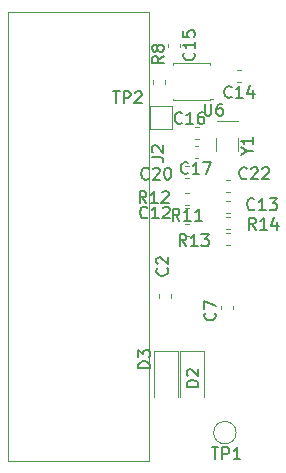
<source format=gbr>
G04 #@! TF.GenerationSoftware,KiCad,Pcbnew,(5.1.4)-1*
G04 #@! TF.CreationDate,2019-11-29T20:46:52-07:00*
G04 #@! TF.ProjectId,CruiseController,43727569-7365-4436-9f6e-74726f6c6c65,rev?*
G04 #@! TF.SameCoordinates,Original*
G04 #@! TF.FileFunction,Legend,Top*
G04 #@! TF.FilePolarity,Positive*
%FSLAX46Y46*%
G04 Gerber Fmt 4.6, Leading zero omitted, Abs format (unit mm)*
G04 Created by KiCad (PCBNEW (5.1.4)-1) date 2019-11-29 20:46:52*
%MOMM*%
%LPD*%
G04 APERTURE LIST*
%ADD10C,0.120000*%
%ADD11C,0.150000*%
G04 APERTURE END LIST*
D10*
X112050000Y-79850000D02*
X112050000Y-77950000D01*
X113950000Y-79850000D02*
X112050000Y-79850000D01*
X113950000Y-77950000D02*
X113950000Y-79850000D01*
X112050000Y-77950000D02*
X113950000Y-77950000D01*
X112000000Y-70000000D02*
X100000000Y-70000000D01*
X112000000Y-108000000D02*
X112000000Y-70000000D01*
X100000000Y-108000000D02*
X112000000Y-108000000D01*
X100000000Y-70000000D02*
X100000000Y-108000000D01*
X112290000Y-75737221D02*
X112290000Y-76062779D01*
X113310000Y-75737221D02*
X113310000Y-76062779D01*
X119350000Y-105600000D02*
G75*
G03X119350000Y-105600000I-950000J0D01*
G01*
X114400000Y-98650000D02*
X114400000Y-102550000D01*
X112400000Y-98650000D02*
X112400000Y-102550000D01*
X114400000Y-98650000D02*
X112400000Y-98650000D01*
X112790000Y-93899721D02*
X112790000Y-94225279D01*
X113810000Y-93899721D02*
X113810000Y-94225279D01*
X115849721Y-80710000D02*
X116175279Y-80710000D01*
X115849721Y-79690000D02*
X116175279Y-79690000D01*
X115037221Y-86310000D02*
X115362779Y-86310000D01*
X115037221Y-85290000D02*
X115362779Y-85290000D01*
X115362779Y-87890000D02*
X115037221Y-87890000D01*
X115362779Y-88910000D02*
X115037221Y-88910000D01*
X118524721Y-88360000D02*
X118850279Y-88360000D01*
X118524721Y-87340000D02*
X118850279Y-87340000D01*
X118862779Y-84240000D02*
X118537221Y-84240000D01*
X118862779Y-85260000D02*
X118537221Y-85260000D01*
X119437221Y-75910000D02*
X119762779Y-75910000D01*
X119437221Y-74890000D02*
X119762779Y-74890000D01*
X115837221Y-82310000D02*
X116162779Y-82310000D01*
X115837221Y-81290000D02*
X116162779Y-81290000D01*
X119500000Y-79250000D02*
X117700000Y-79250000D01*
X117650000Y-80650000D02*
X117650000Y-81750000D01*
X119550000Y-80650000D02*
X119550000Y-81750000D01*
X118850279Y-88690000D02*
X118524721Y-88690000D01*
X118850279Y-89710000D02*
X118524721Y-89710000D01*
X115362779Y-82990000D02*
X115037221Y-82990000D01*
X115362779Y-84010000D02*
X115037221Y-84010000D01*
X114040000Y-77460000D02*
X114040000Y-77310000D01*
X117160000Y-77460000D02*
X117160000Y-77310000D01*
X117160000Y-74340000D02*
X117160000Y-74490000D01*
X117160000Y-77460000D02*
X114040000Y-77460000D01*
X117160000Y-74340000D02*
X114040000Y-74340000D01*
X114040000Y-74340000D02*
X114040000Y-74490000D01*
X117160000Y-77310000D02*
X117420000Y-77310000D01*
X114610000Y-72975279D02*
X114610000Y-72649721D01*
X113590000Y-72975279D02*
X113590000Y-72649721D01*
X115350279Y-86590000D02*
X115024721Y-86590000D01*
X115350279Y-87610000D02*
X115024721Y-87610000D01*
X119110000Y-95162779D02*
X119110000Y-94837221D01*
X118090000Y-95162779D02*
X118090000Y-94837221D01*
X118850279Y-85990000D02*
X118524721Y-85990000D01*
X118850279Y-87010000D02*
X118524721Y-87010000D01*
X116600000Y-98700000D02*
X116600000Y-102600000D01*
X114600000Y-98700000D02*
X114600000Y-102600000D01*
X116600000Y-98700000D02*
X114600000Y-98700000D01*
D11*
X108938095Y-76704380D02*
X109509523Y-76704380D01*
X109223809Y-77704380D02*
X109223809Y-76704380D01*
X109842857Y-77704380D02*
X109842857Y-76704380D01*
X110223809Y-76704380D01*
X110319047Y-76752000D01*
X110366666Y-76799619D01*
X110414285Y-76894857D01*
X110414285Y-77037714D01*
X110366666Y-77132952D01*
X110319047Y-77180571D01*
X110223809Y-77228190D01*
X109842857Y-77228190D01*
X110795238Y-76799619D02*
X110842857Y-76752000D01*
X110938095Y-76704380D01*
X111176190Y-76704380D01*
X111271428Y-76752000D01*
X111319047Y-76799619D01*
X111366666Y-76894857D01*
X111366666Y-76990095D01*
X111319047Y-77132952D01*
X110747619Y-77704380D01*
X111366666Y-77704380D01*
X112202380Y-82283333D02*
X112916666Y-82283333D01*
X113059523Y-82330952D01*
X113154761Y-82426190D01*
X113202380Y-82569047D01*
X113202380Y-82664285D01*
X112297619Y-81854761D02*
X112250000Y-81807142D01*
X112202380Y-81711904D01*
X112202380Y-81473809D01*
X112250000Y-81378571D01*
X112297619Y-81330952D01*
X112392857Y-81283333D01*
X112488095Y-81283333D01*
X112630952Y-81330952D01*
X113202380Y-81902380D01*
X113202380Y-81283333D01*
X113252380Y-73716666D02*
X112776190Y-74050000D01*
X113252380Y-74288095D02*
X112252380Y-74288095D01*
X112252380Y-73907142D01*
X112300000Y-73811904D01*
X112347619Y-73764285D01*
X112442857Y-73716666D01*
X112585714Y-73716666D01*
X112680952Y-73764285D01*
X112728571Y-73811904D01*
X112776190Y-73907142D01*
X112776190Y-74288095D01*
X112680952Y-73145238D02*
X112633333Y-73240476D01*
X112585714Y-73288095D01*
X112490476Y-73335714D01*
X112442857Y-73335714D01*
X112347619Y-73288095D01*
X112300000Y-73240476D01*
X112252380Y-73145238D01*
X112252380Y-72954761D01*
X112300000Y-72859523D01*
X112347619Y-72811904D01*
X112442857Y-72764285D01*
X112490476Y-72764285D01*
X112585714Y-72811904D01*
X112633333Y-72859523D01*
X112680952Y-72954761D01*
X112680952Y-73145238D01*
X112728571Y-73240476D01*
X112776190Y-73288095D01*
X112871428Y-73335714D01*
X113061904Y-73335714D01*
X113157142Y-73288095D01*
X113204761Y-73240476D01*
X113252380Y-73145238D01*
X113252380Y-72954761D01*
X113204761Y-72859523D01*
X113157142Y-72811904D01*
X113061904Y-72764285D01*
X112871428Y-72764285D01*
X112776190Y-72811904D01*
X112728571Y-72859523D01*
X112680952Y-72954761D01*
X117288095Y-106852380D02*
X117859523Y-106852380D01*
X117573809Y-107852380D02*
X117573809Y-106852380D01*
X118192857Y-107852380D02*
X118192857Y-106852380D01*
X118573809Y-106852380D01*
X118669047Y-106900000D01*
X118716666Y-106947619D01*
X118764285Y-107042857D01*
X118764285Y-107185714D01*
X118716666Y-107280952D01*
X118669047Y-107328571D01*
X118573809Y-107376190D01*
X118192857Y-107376190D01*
X119716666Y-107852380D02*
X119145238Y-107852380D01*
X119430952Y-107852380D02*
X119430952Y-106852380D01*
X119335714Y-106995238D01*
X119240476Y-107090476D01*
X119145238Y-107138095D01*
X112052380Y-100138095D02*
X111052380Y-100138095D01*
X111052380Y-99900000D01*
X111100000Y-99757142D01*
X111195238Y-99661904D01*
X111290476Y-99614285D01*
X111480952Y-99566666D01*
X111623809Y-99566666D01*
X111814285Y-99614285D01*
X111909523Y-99661904D01*
X112004761Y-99757142D01*
X112052380Y-99900000D01*
X112052380Y-100138095D01*
X111052380Y-99233333D02*
X111052380Y-98614285D01*
X111433333Y-98947619D01*
X111433333Y-98804761D01*
X111480952Y-98709523D01*
X111528571Y-98661904D01*
X111623809Y-98614285D01*
X111861904Y-98614285D01*
X111957142Y-98661904D01*
X112004761Y-98709523D01*
X112052380Y-98804761D01*
X112052380Y-99090476D01*
X112004761Y-99185714D01*
X111957142Y-99233333D01*
X113507142Y-91679166D02*
X113554761Y-91726785D01*
X113602380Y-91869642D01*
X113602380Y-91964880D01*
X113554761Y-92107738D01*
X113459523Y-92202976D01*
X113364285Y-92250595D01*
X113173809Y-92298214D01*
X113030952Y-92298214D01*
X112840476Y-92250595D01*
X112745238Y-92202976D01*
X112650000Y-92107738D01*
X112602380Y-91964880D01*
X112602380Y-91869642D01*
X112650000Y-91726785D01*
X112697619Y-91679166D01*
X112697619Y-91298214D02*
X112650000Y-91250595D01*
X112602380Y-91155357D01*
X112602380Y-90917261D01*
X112650000Y-90822023D01*
X112697619Y-90774404D01*
X112792857Y-90726785D01*
X112888095Y-90726785D01*
X113030952Y-90774404D01*
X113602380Y-91345833D01*
X113602380Y-90726785D01*
X114757142Y-79357142D02*
X114709523Y-79404761D01*
X114566666Y-79452380D01*
X114471428Y-79452380D01*
X114328571Y-79404761D01*
X114233333Y-79309523D01*
X114185714Y-79214285D01*
X114138095Y-79023809D01*
X114138095Y-78880952D01*
X114185714Y-78690476D01*
X114233333Y-78595238D01*
X114328571Y-78500000D01*
X114471428Y-78452380D01*
X114566666Y-78452380D01*
X114709523Y-78500000D01*
X114757142Y-78547619D01*
X115709523Y-79452380D02*
X115138095Y-79452380D01*
X115423809Y-79452380D02*
X115423809Y-78452380D01*
X115328571Y-78595238D01*
X115233333Y-78690476D01*
X115138095Y-78738095D01*
X116566666Y-78452380D02*
X116376190Y-78452380D01*
X116280952Y-78500000D01*
X116233333Y-78547619D01*
X116138095Y-78690476D01*
X116090476Y-78880952D01*
X116090476Y-79261904D01*
X116138095Y-79357142D01*
X116185714Y-79404761D01*
X116280952Y-79452380D01*
X116471428Y-79452380D01*
X116566666Y-79404761D01*
X116614285Y-79357142D01*
X116661904Y-79261904D01*
X116661904Y-79023809D01*
X116614285Y-78928571D01*
X116566666Y-78880952D01*
X116471428Y-78833333D01*
X116280952Y-78833333D01*
X116185714Y-78880952D01*
X116138095Y-78928571D01*
X116090476Y-79023809D01*
X111744642Y-86152380D02*
X111411309Y-85676190D01*
X111173214Y-86152380D02*
X111173214Y-85152380D01*
X111554166Y-85152380D01*
X111649404Y-85200000D01*
X111697023Y-85247619D01*
X111744642Y-85342857D01*
X111744642Y-85485714D01*
X111697023Y-85580952D01*
X111649404Y-85628571D01*
X111554166Y-85676190D01*
X111173214Y-85676190D01*
X112697023Y-86152380D02*
X112125595Y-86152380D01*
X112411309Y-86152380D02*
X112411309Y-85152380D01*
X112316071Y-85295238D01*
X112220833Y-85390476D01*
X112125595Y-85438095D01*
X113077976Y-85247619D02*
X113125595Y-85200000D01*
X113220833Y-85152380D01*
X113458928Y-85152380D01*
X113554166Y-85200000D01*
X113601785Y-85247619D01*
X113649404Y-85342857D01*
X113649404Y-85438095D01*
X113601785Y-85580952D01*
X113030357Y-86152380D01*
X113649404Y-86152380D01*
X114557142Y-87652380D02*
X114223809Y-87176190D01*
X113985714Y-87652380D02*
X113985714Y-86652380D01*
X114366666Y-86652380D01*
X114461904Y-86700000D01*
X114509523Y-86747619D01*
X114557142Y-86842857D01*
X114557142Y-86985714D01*
X114509523Y-87080952D01*
X114461904Y-87128571D01*
X114366666Y-87176190D01*
X113985714Y-87176190D01*
X115509523Y-87652380D02*
X114938095Y-87652380D01*
X115223809Y-87652380D02*
X115223809Y-86652380D01*
X115128571Y-86795238D01*
X115033333Y-86890476D01*
X114938095Y-86938095D01*
X116461904Y-87652380D02*
X115890476Y-87652380D01*
X116176190Y-87652380D02*
X116176190Y-86652380D01*
X116080952Y-86795238D01*
X115985714Y-86890476D01*
X115890476Y-86938095D01*
X121007142Y-88402380D02*
X120673809Y-87926190D01*
X120435714Y-88402380D02*
X120435714Y-87402380D01*
X120816666Y-87402380D01*
X120911904Y-87450000D01*
X120959523Y-87497619D01*
X121007142Y-87592857D01*
X121007142Y-87735714D01*
X120959523Y-87830952D01*
X120911904Y-87878571D01*
X120816666Y-87926190D01*
X120435714Y-87926190D01*
X121959523Y-88402380D02*
X121388095Y-88402380D01*
X121673809Y-88402380D02*
X121673809Y-87402380D01*
X121578571Y-87545238D01*
X121483333Y-87640476D01*
X121388095Y-87688095D01*
X122816666Y-87735714D02*
X122816666Y-88402380D01*
X122578571Y-87354761D02*
X122340476Y-88069047D01*
X122959523Y-88069047D01*
X120249173Y-84046482D02*
X120201554Y-84094101D01*
X120058697Y-84141720D01*
X119963459Y-84141720D01*
X119820602Y-84094101D01*
X119725364Y-83998863D01*
X119677745Y-83903625D01*
X119630126Y-83713149D01*
X119630126Y-83570292D01*
X119677745Y-83379816D01*
X119725364Y-83284578D01*
X119820602Y-83189340D01*
X119963459Y-83141720D01*
X120058697Y-83141720D01*
X120201554Y-83189340D01*
X120249173Y-83236959D01*
X120630126Y-83236959D02*
X120677745Y-83189340D01*
X120772983Y-83141720D01*
X121011078Y-83141720D01*
X121106316Y-83189340D01*
X121153935Y-83236959D01*
X121201554Y-83332197D01*
X121201554Y-83427435D01*
X121153935Y-83570292D01*
X120582507Y-84141720D01*
X121201554Y-84141720D01*
X121582507Y-83236959D02*
X121630126Y-83189340D01*
X121725364Y-83141720D01*
X121963459Y-83141720D01*
X122058697Y-83189340D01*
X122106316Y-83236959D01*
X122153935Y-83332197D01*
X122153935Y-83427435D01*
X122106316Y-83570292D01*
X121534888Y-84141720D01*
X122153935Y-84141720D01*
X118969642Y-77157142D02*
X118922023Y-77204761D01*
X118779166Y-77252380D01*
X118683928Y-77252380D01*
X118541071Y-77204761D01*
X118445833Y-77109523D01*
X118398214Y-77014285D01*
X118350595Y-76823809D01*
X118350595Y-76680952D01*
X118398214Y-76490476D01*
X118445833Y-76395238D01*
X118541071Y-76300000D01*
X118683928Y-76252380D01*
X118779166Y-76252380D01*
X118922023Y-76300000D01*
X118969642Y-76347619D01*
X119922023Y-77252380D02*
X119350595Y-77252380D01*
X119636309Y-77252380D02*
X119636309Y-76252380D01*
X119541071Y-76395238D01*
X119445833Y-76490476D01*
X119350595Y-76538095D01*
X120779166Y-76585714D02*
X120779166Y-77252380D01*
X120541071Y-76204761D02*
X120302976Y-76919047D01*
X120922023Y-76919047D01*
X115294642Y-83607142D02*
X115247023Y-83654761D01*
X115104166Y-83702380D01*
X115008928Y-83702380D01*
X114866071Y-83654761D01*
X114770833Y-83559523D01*
X114723214Y-83464285D01*
X114675595Y-83273809D01*
X114675595Y-83130952D01*
X114723214Y-82940476D01*
X114770833Y-82845238D01*
X114866071Y-82750000D01*
X115008928Y-82702380D01*
X115104166Y-82702380D01*
X115247023Y-82750000D01*
X115294642Y-82797619D01*
X116247023Y-83702380D02*
X115675595Y-83702380D01*
X115961309Y-83702380D02*
X115961309Y-82702380D01*
X115866071Y-82845238D01*
X115770833Y-82940476D01*
X115675595Y-82988095D01*
X116580357Y-82702380D02*
X117247023Y-82702380D01*
X116818452Y-83702380D01*
X120276190Y-81776190D02*
X120752380Y-81776190D01*
X119752380Y-82109523D02*
X120276190Y-81776190D01*
X119752380Y-81442857D01*
X120752380Y-80585714D02*
X120752380Y-81157142D01*
X120752380Y-80871428D02*
X119752380Y-80871428D01*
X119895238Y-80966666D01*
X119990476Y-81061904D01*
X120038095Y-81157142D01*
X115132142Y-89802380D02*
X114798809Y-89326190D01*
X114560714Y-89802380D02*
X114560714Y-88802380D01*
X114941666Y-88802380D01*
X115036904Y-88850000D01*
X115084523Y-88897619D01*
X115132142Y-88992857D01*
X115132142Y-89135714D01*
X115084523Y-89230952D01*
X115036904Y-89278571D01*
X114941666Y-89326190D01*
X114560714Y-89326190D01*
X116084523Y-89802380D02*
X115513095Y-89802380D01*
X115798809Y-89802380D02*
X115798809Y-88802380D01*
X115703571Y-88945238D01*
X115608333Y-89040476D01*
X115513095Y-89088095D01*
X116417857Y-88802380D02*
X117036904Y-88802380D01*
X116703571Y-89183333D01*
X116846428Y-89183333D01*
X116941666Y-89230952D01*
X116989285Y-89278571D01*
X117036904Y-89373809D01*
X117036904Y-89611904D01*
X116989285Y-89707142D01*
X116941666Y-89754761D01*
X116846428Y-89802380D01*
X116560714Y-89802380D01*
X116465476Y-89754761D01*
X116417857Y-89707142D01*
X111940847Y-84069274D02*
X111893228Y-84116893D01*
X111750371Y-84164512D01*
X111655133Y-84164512D01*
X111512276Y-84116893D01*
X111417038Y-84021655D01*
X111369419Y-83926417D01*
X111321800Y-83735941D01*
X111321800Y-83593084D01*
X111369419Y-83402608D01*
X111417038Y-83307370D01*
X111512276Y-83212132D01*
X111655133Y-83164512D01*
X111750371Y-83164512D01*
X111893228Y-83212132D01*
X111940847Y-83259751D01*
X112321800Y-83259751D02*
X112369419Y-83212132D01*
X112464657Y-83164512D01*
X112702752Y-83164512D01*
X112797990Y-83212132D01*
X112845609Y-83259751D01*
X112893228Y-83354989D01*
X112893228Y-83450227D01*
X112845609Y-83593084D01*
X112274181Y-84164512D01*
X112893228Y-84164512D01*
X113512276Y-83164512D02*
X113607514Y-83164512D01*
X113702752Y-83212132D01*
X113750371Y-83259751D01*
X113797990Y-83354989D01*
X113845609Y-83545465D01*
X113845609Y-83783560D01*
X113797990Y-83974036D01*
X113750371Y-84069274D01*
X113702752Y-84116893D01*
X113607514Y-84164512D01*
X113512276Y-84164512D01*
X113417038Y-84116893D01*
X113369419Y-84069274D01*
X113321800Y-83974036D01*
X113274181Y-83783560D01*
X113274181Y-83545465D01*
X113321800Y-83354989D01*
X113369419Y-83259751D01*
X113417038Y-83212132D01*
X113512276Y-83164512D01*
X116688095Y-77752380D02*
X116688095Y-78561904D01*
X116735714Y-78657142D01*
X116783333Y-78704761D01*
X116878571Y-78752380D01*
X117069047Y-78752380D01*
X117164285Y-78704761D01*
X117211904Y-78657142D01*
X117259523Y-78561904D01*
X117259523Y-77752380D01*
X118164285Y-77752380D02*
X117973809Y-77752380D01*
X117878571Y-77800000D01*
X117830952Y-77847619D01*
X117735714Y-77990476D01*
X117688095Y-78180952D01*
X117688095Y-78561904D01*
X117735714Y-78657142D01*
X117783333Y-78704761D01*
X117878571Y-78752380D01*
X118069047Y-78752380D01*
X118164285Y-78704761D01*
X118211904Y-78657142D01*
X118259523Y-78561904D01*
X118259523Y-78323809D01*
X118211904Y-78228571D01*
X118164285Y-78180952D01*
X118069047Y-78133333D01*
X117878571Y-78133333D01*
X117783333Y-78180952D01*
X117735714Y-78228571D01*
X117688095Y-78323809D01*
X115757142Y-73442857D02*
X115804761Y-73490476D01*
X115852380Y-73633333D01*
X115852380Y-73728571D01*
X115804761Y-73871428D01*
X115709523Y-73966666D01*
X115614285Y-74014285D01*
X115423809Y-74061904D01*
X115280952Y-74061904D01*
X115090476Y-74014285D01*
X114995238Y-73966666D01*
X114900000Y-73871428D01*
X114852380Y-73728571D01*
X114852380Y-73633333D01*
X114900000Y-73490476D01*
X114947619Y-73442857D01*
X115852380Y-72490476D02*
X115852380Y-73061904D01*
X115852380Y-72776190D02*
X114852380Y-72776190D01*
X114995238Y-72871428D01*
X115090476Y-72966666D01*
X115138095Y-73061904D01*
X114852380Y-71585714D02*
X114852380Y-72061904D01*
X115328571Y-72109523D01*
X115280952Y-72061904D01*
X115233333Y-71966666D01*
X115233333Y-71728571D01*
X115280952Y-71633333D01*
X115328571Y-71585714D01*
X115423809Y-71538095D01*
X115661904Y-71538095D01*
X115757142Y-71585714D01*
X115804761Y-71633333D01*
X115852380Y-71728571D01*
X115852380Y-71966666D01*
X115804761Y-72061904D01*
X115757142Y-72109523D01*
X111832142Y-87357142D02*
X111784523Y-87404761D01*
X111641666Y-87452380D01*
X111546428Y-87452380D01*
X111403571Y-87404761D01*
X111308333Y-87309523D01*
X111260714Y-87214285D01*
X111213095Y-87023809D01*
X111213095Y-86880952D01*
X111260714Y-86690476D01*
X111308333Y-86595238D01*
X111403571Y-86500000D01*
X111546428Y-86452380D01*
X111641666Y-86452380D01*
X111784523Y-86500000D01*
X111832142Y-86547619D01*
X112784523Y-87452380D02*
X112213095Y-87452380D01*
X112498809Y-87452380D02*
X112498809Y-86452380D01*
X112403571Y-86595238D01*
X112308333Y-86690476D01*
X112213095Y-86738095D01*
X113165476Y-86547619D02*
X113213095Y-86500000D01*
X113308333Y-86452380D01*
X113546428Y-86452380D01*
X113641666Y-86500000D01*
X113689285Y-86547619D01*
X113736904Y-86642857D01*
X113736904Y-86738095D01*
X113689285Y-86880952D01*
X113117857Y-87452380D01*
X113736904Y-87452380D01*
X117557142Y-95466666D02*
X117604761Y-95514285D01*
X117652380Y-95657142D01*
X117652380Y-95752380D01*
X117604761Y-95895238D01*
X117509523Y-95990476D01*
X117414285Y-96038095D01*
X117223809Y-96085714D01*
X117080952Y-96085714D01*
X116890476Y-96038095D01*
X116795238Y-95990476D01*
X116700000Y-95895238D01*
X116652380Y-95752380D01*
X116652380Y-95657142D01*
X116700000Y-95514285D01*
X116747619Y-95466666D01*
X116652380Y-95133333D02*
X116652380Y-94466666D01*
X117652380Y-94895238D01*
X120894642Y-86657142D02*
X120847023Y-86704761D01*
X120704166Y-86752380D01*
X120608928Y-86752380D01*
X120466071Y-86704761D01*
X120370833Y-86609523D01*
X120323214Y-86514285D01*
X120275595Y-86323809D01*
X120275595Y-86180952D01*
X120323214Y-85990476D01*
X120370833Y-85895238D01*
X120466071Y-85800000D01*
X120608928Y-85752380D01*
X120704166Y-85752380D01*
X120847023Y-85800000D01*
X120894642Y-85847619D01*
X121847023Y-86752380D02*
X121275595Y-86752380D01*
X121561309Y-86752380D02*
X121561309Y-85752380D01*
X121466071Y-85895238D01*
X121370833Y-85990476D01*
X121275595Y-86038095D01*
X122180357Y-85752380D02*
X122799404Y-85752380D01*
X122466071Y-86133333D01*
X122608928Y-86133333D01*
X122704166Y-86180952D01*
X122751785Y-86228571D01*
X122799404Y-86323809D01*
X122799404Y-86561904D01*
X122751785Y-86657142D01*
X122704166Y-86704761D01*
X122608928Y-86752380D01*
X122323214Y-86752380D01*
X122227976Y-86704761D01*
X122180357Y-86657142D01*
X116152380Y-101738095D02*
X115152380Y-101738095D01*
X115152380Y-101500000D01*
X115200000Y-101357142D01*
X115295238Y-101261904D01*
X115390476Y-101214285D01*
X115580952Y-101166666D01*
X115723809Y-101166666D01*
X115914285Y-101214285D01*
X116009523Y-101261904D01*
X116104761Y-101357142D01*
X116152380Y-101500000D01*
X116152380Y-101738095D01*
X115247619Y-100785714D02*
X115200000Y-100738095D01*
X115152380Y-100642857D01*
X115152380Y-100404761D01*
X115200000Y-100309523D01*
X115247619Y-100261904D01*
X115342857Y-100214285D01*
X115438095Y-100214285D01*
X115580952Y-100261904D01*
X116152380Y-100833333D01*
X116152380Y-100214285D01*
M02*

</source>
